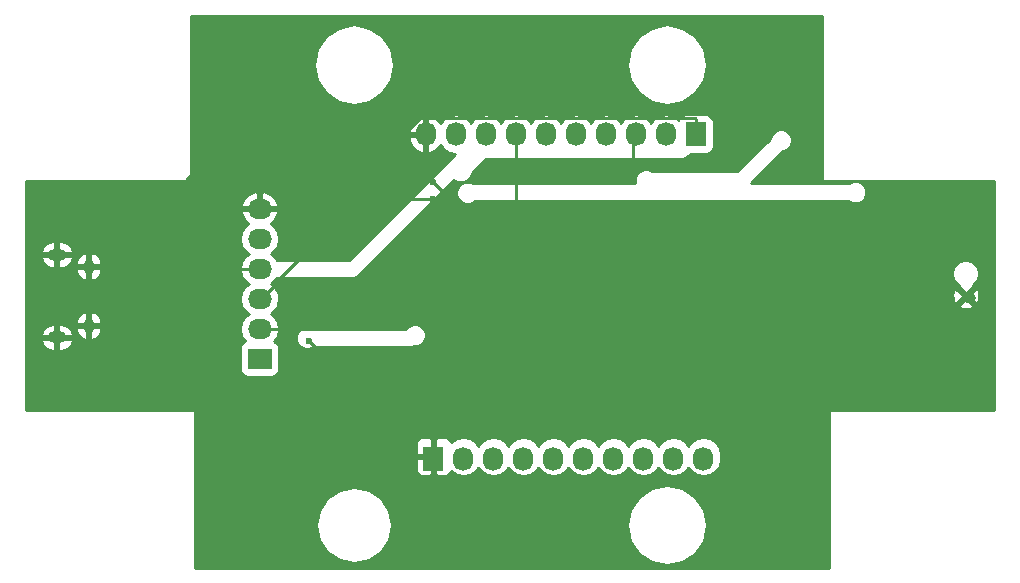
<source format=gbr>
G04 #@! TF.FileFunction,Copper,L2,Bot,Signal*
%FSLAX46Y46*%
G04 Gerber Fmt 4.6, Leading zero omitted, Abs format (unit mm)*
G04 Created by KiCad (PCBNEW 4.0.2-4+6225~38~ubuntu15.10.1-stable) date Thu 24 Mar 2016 10:28:15 PM CDT*
%MOMM*%
G01*
G04 APERTURE LIST*
%ADD10C,0.100000*%
%ADD11C,1.000000*%
%ADD12R,1.727200X2.032000*%
%ADD13O,1.727200X2.032000*%
%ADD14R,2.032000X1.727200*%
%ADD15O,2.032000X1.727200*%
%ADD16O,0.950000X1.250000*%
%ADD17O,1.550000X1.000000*%
%ADD18C,0.600000*%
%ADD19C,0.250000*%
%ADD20C,0.254000*%
G04 APERTURE END LIST*
D10*
D11*
X201650000Y-71650000D03*
X201650000Y-69750000D03*
D12*
X178435000Y-55880000D03*
D13*
X175895000Y-55880000D03*
X173355000Y-55880000D03*
X170815000Y-55880000D03*
X168275000Y-55880000D03*
X165735000Y-55880000D03*
X163195000Y-55880000D03*
X160655000Y-55880000D03*
X158115000Y-55880000D03*
X155575000Y-55880000D03*
D14*
X141500000Y-74900000D03*
D15*
X141500000Y-72360000D03*
X141500000Y-69820000D03*
X141500000Y-67280000D03*
X141500000Y-64740000D03*
X141500000Y-62200000D03*
D16*
X127038540Y-67095100D03*
X127038540Y-72095100D03*
D17*
X124338540Y-66095100D03*
X124338540Y-73095100D03*
D12*
X156150000Y-83400000D03*
D13*
X158690000Y-83400000D03*
X161230000Y-83400000D03*
X163770000Y-83400000D03*
X166310000Y-83400000D03*
X168850000Y-83400000D03*
X171390000Y-83400000D03*
X173930000Y-83400000D03*
X176470000Y-83400000D03*
X179010000Y-83400000D03*
D18*
X161650000Y-79900000D03*
X166150000Y-61900000D03*
X173650000Y-61900000D03*
X188650000Y-66900000D03*
X193650000Y-76900000D03*
X190150000Y-76900000D03*
X145150000Y-63400000D03*
X146650000Y-69900000D03*
X147150000Y-77900000D03*
X153150000Y-70400000D03*
X162569990Y-62400000D03*
X132650000Y-71900000D03*
X156150000Y-61400000D03*
X152150000Y-59900000D03*
X173150000Y-58900000D03*
X167650000Y-76900000D03*
X155150000Y-76900000D03*
X145650000Y-73400000D03*
X156150000Y-59900000D03*
X159650000Y-63900000D03*
D19*
X162569990Y-62400000D02*
X152609990Y-72360000D01*
X152609990Y-72360000D02*
X141500000Y-72360000D01*
X137270000Y-67280000D02*
X141500000Y-67280000D01*
X132650000Y-71900000D02*
X137270000Y-67280000D01*
X156150000Y-61400000D02*
X149920000Y-61400000D01*
X142766000Y-68554000D02*
X142766000Y-68706400D01*
X149920000Y-61400000D02*
X142766000Y-68554000D01*
X142766000Y-68706400D02*
X141652400Y-69820000D01*
X141652400Y-69820000D02*
X141500000Y-69820000D01*
X178435000Y-55880000D02*
X178435000Y-54614000D01*
X178435000Y-54614000D02*
X178359990Y-54538990D01*
X178359990Y-54538990D02*
X155082662Y-54538990D01*
X152150000Y-59900000D02*
X152150000Y-57471652D01*
X152150000Y-57471652D02*
X155082662Y-54538990D01*
X178130000Y-55880000D02*
X178435000Y-55880000D01*
X173150000Y-58900000D02*
X173150000Y-56085000D01*
X173150000Y-56085000D02*
X173355000Y-55880000D01*
X163195000Y-72445000D02*
X163195000Y-55880000D01*
X167650000Y-76900000D02*
X163195000Y-72445000D01*
X145650000Y-73400000D02*
X149150000Y-76900000D01*
X149150000Y-76900000D02*
X155150000Y-76900000D01*
X159650000Y-63900000D02*
X159650000Y-63400000D01*
X159650000Y-63400000D02*
X156150000Y-59900000D01*
D20*
G36*
X189103000Y-59690000D02*
X189113006Y-59739410D01*
X189141447Y-59781035D01*
X189183841Y-59808315D01*
X189230000Y-59817000D01*
X203708000Y-59817000D01*
X203708000Y-79248000D01*
X189865000Y-79248000D01*
X189815590Y-79258006D01*
X189773965Y-79286447D01*
X189746685Y-79328841D01*
X189738000Y-79375000D01*
X189738000Y-92583000D01*
X136017000Y-92583000D01*
X136017000Y-89000000D01*
X146290000Y-89000000D01*
X146534347Y-90228414D01*
X147230187Y-91269813D01*
X148271586Y-91965653D01*
X149500000Y-92210000D01*
X150728414Y-91965653D01*
X151769813Y-91269813D01*
X152465653Y-90228414D01*
X152710000Y-89000000D01*
X172597418Y-89000000D01*
X172856424Y-90302112D01*
X173594011Y-91405989D01*
X174697888Y-92143576D01*
X176000000Y-92402582D01*
X177302112Y-92143576D01*
X178405989Y-91405989D01*
X179143576Y-90302112D01*
X179402582Y-89000000D01*
X179143576Y-87697888D01*
X178405989Y-86594011D01*
X177302112Y-85856424D01*
X176000000Y-85597418D01*
X174697888Y-85856424D01*
X173594011Y-86594011D01*
X172856424Y-87697888D01*
X172597418Y-89000000D01*
X152710000Y-89000000D01*
X152465653Y-87771586D01*
X151769813Y-86730187D01*
X150728414Y-86034347D01*
X149500000Y-85790000D01*
X148271586Y-86034347D01*
X147230187Y-86730187D01*
X146534347Y-87771586D01*
X146290000Y-89000000D01*
X136017000Y-89000000D01*
X136017000Y-83470750D01*
X154711400Y-83470750D01*
X154711400Y-84327309D01*
X154808073Y-84560698D01*
X154986701Y-84739327D01*
X155220090Y-84836000D01*
X155924250Y-84836000D01*
X156083000Y-84677250D01*
X156083000Y-83312000D01*
X154870150Y-83312000D01*
X154711400Y-83470750D01*
X136017000Y-83470750D01*
X136017000Y-82042691D01*
X154711400Y-82042691D01*
X154711400Y-82899250D01*
X154870150Y-83058000D01*
X156083000Y-83058000D01*
X156083000Y-81692750D01*
X156337000Y-81692750D01*
X156337000Y-83058000D01*
X156357000Y-83058000D01*
X156357000Y-83312000D01*
X156337000Y-83312000D01*
X156337000Y-84677250D01*
X156495750Y-84836000D01*
X157199910Y-84836000D01*
X157433299Y-84739327D01*
X157611927Y-84560698D01*
X157675500Y-84407220D01*
X157690330Y-84429415D01*
X158176511Y-84754271D01*
X158750000Y-84868345D01*
X159323489Y-84754271D01*
X159809670Y-84429415D01*
X160020000Y-84114634D01*
X160230330Y-84429415D01*
X160716511Y-84754271D01*
X161290000Y-84868345D01*
X161863489Y-84754271D01*
X162349670Y-84429415D01*
X162560000Y-84114634D01*
X162770330Y-84429415D01*
X163256511Y-84754271D01*
X163830000Y-84868345D01*
X164403489Y-84754271D01*
X164889670Y-84429415D01*
X165100000Y-84114634D01*
X165310330Y-84429415D01*
X165796511Y-84754271D01*
X166370000Y-84868345D01*
X166943489Y-84754271D01*
X167429670Y-84429415D01*
X167640000Y-84114634D01*
X167850330Y-84429415D01*
X168336511Y-84754271D01*
X168910000Y-84868345D01*
X169483489Y-84754271D01*
X169969670Y-84429415D01*
X170180000Y-84114634D01*
X170390330Y-84429415D01*
X170876511Y-84754271D01*
X171450000Y-84868345D01*
X172023489Y-84754271D01*
X172509670Y-84429415D01*
X172720000Y-84114634D01*
X172930330Y-84429415D01*
X173416511Y-84754271D01*
X173990000Y-84868345D01*
X174563489Y-84754271D01*
X175049670Y-84429415D01*
X175260000Y-84114634D01*
X175470330Y-84429415D01*
X175956511Y-84754271D01*
X176530000Y-84868345D01*
X177103489Y-84754271D01*
X177589670Y-84429415D01*
X177800000Y-84114634D01*
X178010330Y-84429415D01*
X178496511Y-84754271D01*
X179070000Y-84868345D01*
X179643489Y-84754271D01*
X180129670Y-84429415D01*
X180454526Y-83943234D01*
X180568600Y-83369745D01*
X180568600Y-83000255D01*
X180454526Y-82426766D01*
X180129670Y-81940585D01*
X179643489Y-81615729D01*
X179070000Y-81501655D01*
X178496511Y-81615729D01*
X178010330Y-81940585D01*
X177800000Y-82255366D01*
X177589670Y-81940585D01*
X177103489Y-81615729D01*
X176530000Y-81501655D01*
X175956511Y-81615729D01*
X175470330Y-81940585D01*
X175260000Y-82255366D01*
X175049670Y-81940585D01*
X174563489Y-81615729D01*
X173990000Y-81501655D01*
X173416511Y-81615729D01*
X172930330Y-81940585D01*
X172720000Y-82255366D01*
X172509670Y-81940585D01*
X172023489Y-81615729D01*
X171450000Y-81501655D01*
X170876511Y-81615729D01*
X170390330Y-81940585D01*
X170180000Y-82255366D01*
X169969670Y-81940585D01*
X169483489Y-81615729D01*
X168910000Y-81501655D01*
X168336511Y-81615729D01*
X167850330Y-81940585D01*
X167640000Y-82255366D01*
X167429670Y-81940585D01*
X166943489Y-81615729D01*
X166370000Y-81501655D01*
X165796511Y-81615729D01*
X165310330Y-81940585D01*
X165100000Y-82255366D01*
X164889670Y-81940585D01*
X164403489Y-81615729D01*
X163830000Y-81501655D01*
X163256511Y-81615729D01*
X162770330Y-81940585D01*
X162560000Y-82255366D01*
X162349670Y-81940585D01*
X161863489Y-81615729D01*
X161290000Y-81501655D01*
X160716511Y-81615729D01*
X160230330Y-81940585D01*
X160020000Y-82255366D01*
X159809670Y-81940585D01*
X159323489Y-81615729D01*
X158750000Y-81501655D01*
X158176511Y-81615729D01*
X157690330Y-81940585D01*
X157675500Y-81962780D01*
X157611927Y-81809302D01*
X157433299Y-81630673D01*
X157199910Y-81534000D01*
X156495750Y-81534000D01*
X156337000Y-81692750D01*
X156083000Y-81692750D01*
X155924250Y-81534000D01*
X155220090Y-81534000D01*
X154986701Y-81630673D01*
X154808073Y-81809302D01*
X154711400Y-82042691D01*
X136017000Y-82042691D01*
X136017000Y-79375000D01*
X136006994Y-79325590D01*
X135978553Y-79283965D01*
X135936159Y-79256685D01*
X135890000Y-79248000D01*
X121710000Y-79248000D01*
X121710000Y-73396974D01*
X122969421Y-73396974D01*
X123171172Y-73807863D01*
X123511862Y-74095102D01*
X123936540Y-74230100D01*
X124211540Y-74230100D01*
X124211540Y-73222100D01*
X124465540Y-73222100D01*
X124465540Y-74230100D01*
X124740540Y-74230100D01*
X125165218Y-74095102D01*
X125505908Y-73807863D01*
X125707659Y-73396974D01*
X125581494Y-73222100D01*
X124465540Y-73222100D01*
X124211540Y-73222100D01*
X123095586Y-73222100D01*
X122969421Y-73396974D01*
X121710000Y-73396974D01*
X121710000Y-72793226D01*
X122969421Y-72793226D01*
X123095586Y-72968100D01*
X124211540Y-72968100D01*
X124211540Y-71960100D01*
X124465540Y-71960100D01*
X124465540Y-72968100D01*
X125581494Y-72968100D01*
X125707659Y-72793226D01*
X125512731Y-72396231D01*
X125937311Y-72396231D01*
X126078972Y-72806149D01*
X126366719Y-73130652D01*
X126740602Y-73314368D01*
X126911540Y-73187834D01*
X126911540Y-72222100D01*
X127165540Y-72222100D01*
X127165540Y-73187834D01*
X127336478Y-73314368D01*
X127710361Y-73130652D01*
X127998108Y-72806149D01*
X128139769Y-72396231D01*
X127991103Y-72222100D01*
X127165540Y-72222100D01*
X126911540Y-72222100D01*
X126085977Y-72222100D01*
X125937311Y-72396231D01*
X125512731Y-72396231D01*
X125505908Y-72382337D01*
X125165218Y-72095098D01*
X124740540Y-71960100D01*
X124465540Y-71960100D01*
X124211540Y-71960100D01*
X123936540Y-71960100D01*
X123511862Y-72095098D01*
X123171172Y-72382337D01*
X122969421Y-72793226D01*
X121710000Y-72793226D01*
X121710000Y-71793969D01*
X125937311Y-71793969D01*
X126085977Y-71968100D01*
X126911540Y-71968100D01*
X126911540Y-71002366D01*
X127165540Y-71002366D01*
X127165540Y-71968100D01*
X127991103Y-71968100D01*
X128139769Y-71793969D01*
X127998108Y-71384051D01*
X127710361Y-71059548D01*
X127336478Y-70875832D01*
X127165540Y-71002366D01*
X126911540Y-71002366D01*
X126740602Y-70875832D01*
X126366719Y-71059548D01*
X126078972Y-71384051D01*
X125937311Y-71793969D01*
X121710000Y-71793969D01*
X121710000Y-67396231D01*
X125937311Y-67396231D01*
X126078972Y-67806149D01*
X126366719Y-68130652D01*
X126740602Y-68314368D01*
X126911540Y-68187834D01*
X126911540Y-67222100D01*
X127165540Y-67222100D01*
X127165540Y-68187834D01*
X127336478Y-68314368D01*
X127710361Y-68130652D01*
X127998108Y-67806149D01*
X128139769Y-67396231D01*
X127991103Y-67222100D01*
X127165540Y-67222100D01*
X126911540Y-67222100D01*
X126085977Y-67222100D01*
X125937311Y-67396231D01*
X121710000Y-67396231D01*
X121710000Y-66396974D01*
X122969421Y-66396974D01*
X123171172Y-66807863D01*
X123511862Y-67095102D01*
X123936540Y-67230100D01*
X124211540Y-67230100D01*
X124211540Y-66222100D01*
X124465540Y-66222100D01*
X124465540Y-67230100D01*
X124740540Y-67230100D01*
X125165218Y-67095102D01*
X125505908Y-66807863D01*
X125512730Y-66793969D01*
X125937311Y-66793969D01*
X126085977Y-66968100D01*
X126911540Y-66968100D01*
X126911540Y-66002366D01*
X127165540Y-66002366D01*
X127165540Y-66968100D01*
X127991103Y-66968100D01*
X128139769Y-66793969D01*
X127998108Y-66384051D01*
X127710361Y-66059548D01*
X127336478Y-65875832D01*
X127165540Y-66002366D01*
X126911540Y-66002366D01*
X126740602Y-65875832D01*
X126366719Y-66059548D01*
X126078972Y-66384051D01*
X125937311Y-66793969D01*
X125512730Y-66793969D01*
X125707659Y-66396974D01*
X125581494Y-66222100D01*
X124465540Y-66222100D01*
X124211540Y-66222100D01*
X123095586Y-66222100D01*
X122969421Y-66396974D01*
X121710000Y-66396974D01*
X121710000Y-65793226D01*
X122969421Y-65793226D01*
X123095586Y-65968100D01*
X124211540Y-65968100D01*
X124211540Y-64960100D01*
X124465540Y-64960100D01*
X124465540Y-65968100D01*
X125581494Y-65968100D01*
X125707659Y-65793226D01*
X125505908Y-65382337D01*
X125165218Y-65095098D01*
X124740540Y-64960100D01*
X124465540Y-64960100D01*
X124211540Y-64960100D01*
X123936540Y-64960100D01*
X123511862Y-65095098D01*
X123171172Y-65382337D01*
X122969421Y-65793226D01*
X121710000Y-65793226D01*
X121710000Y-64740000D01*
X139816655Y-64740000D01*
X139930729Y-65313489D01*
X140255585Y-65799670D01*
X140570366Y-66010000D01*
X140255585Y-66220330D01*
X139930729Y-66706511D01*
X139816655Y-67280000D01*
X139930729Y-67853489D01*
X140255585Y-68339670D01*
X140570366Y-68550000D01*
X140255585Y-68760330D01*
X139930729Y-69246511D01*
X139816655Y-69820000D01*
X139930729Y-70393489D01*
X140255585Y-70879670D01*
X140570366Y-71090000D01*
X140255585Y-71300330D01*
X139930729Y-71786511D01*
X139816655Y-72360000D01*
X139930729Y-72933489D01*
X140255585Y-73419670D01*
X140269913Y-73429243D01*
X140248683Y-73433238D01*
X140032559Y-73572310D01*
X139887569Y-73784510D01*
X139836560Y-74036400D01*
X139836560Y-75763600D01*
X139880838Y-75998917D01*
X140019910Y-76215041D01*
X140232110Y-76360031D01*
X140484000Y-76411040D01*
X142516000Y-76411040D01*
X142751317Y-76366762D01*
X142967441Y-76227690D01*
X143112431Y-76015490D01*
X143163440Y-75763600D01*
X143163440Y-74036400D01*
X143119162Y-73801083D01*
X142980090Y-73584959D01*
X142767890Y-73439969D01*
X142726561Y-73431600D01*
X142744415Y-73419670D01*
X142800878Y-73335167D01*
X144564838Y-73335167D01*
X144706883Y-73678943D01*
X144969673Y-73942192D01*
X145313201Y-74084838D01*
X145685167Y-74085162D01*
X146028943Y-73943117D01*
X146062118Y-73910000D01*
X154300000Y-73910000D01*
X154590839Y-73852148D01*
X154616545Y-73834972D01*
X154835167Y-73835162D01*
X155178943Y-73693117D01*
X155442192Y-73430327D01*
X155584838Y-73086799D01*
X155585162Y-72714833D01*
X155443117Y-72371057D01*
X155180327Y-72107808D01*
X154836799Y-71965162D01*
X154464833Y-71964838D01*
X154121057Y-72106883D01*
X153857808Y-72369673D01*
X153849367Y-72390000D01*
X146062463Y-72390000D01*
X146030327Y-72357808D01*
X145686799Y-72215162D01*
X145314833Y-72214838D01*
X144971057Y-72356883D01*
X144707808Y-72619673D01*
X144565162Y-72963201D01*
X144564838Y-73335167D01*
X142800878Y-73335167D01*
X143069271Y-72933489D01*
X143183345Y-72360000D01*
X143069271Y-71786511D01*
X142744415Y-71300330D01*
X142429634Y-71090000D01*
X142744415Y-70879670D01*
X143069271Y-70393489D01*
X143073922Y-70370104D01*
X200684501Y-70370104D01*
X200721648Y-70585217D01*
X201149972Y-70728112D01*
X201600375Y-70696217D01*
X201868352Y-70585217D01*
X201905499Y-70370104D01*
X201295000Y-69759605D01*
X200684501Y-70370104D01*
X143073922Y-70370104D01*
X143183345Y-69820000D01*
X143106759Y-69434972D01*
X200146888Y-69434972D01*
X200178783Y-69885375D01*
X200289783Y-70153352D01*
X200504896Y-70190499D01*
X201115395Y-69580000D01*
X201474605Y-69580000D01*
X202085104Y-70190499D01*
X202300217Y-70153352D01*
X202443112Y-69725028D01*
X202411217Y-69274625D01*
X202300217Y-69006648D01*
X202085104Y-68969501D01*
X201474605Y-69580000D01*
X201115395Y-69580000D01*
X200504896Y-68969501D01*
X200289783Y-69006648D01*
X200146888Y-69434972D01*
X143106759Y-69434972D01*
X143069271Y-69246511D01*
X142744415Y-68760330D01*
X142429634Y-68550000D01*
X142744415Y-68339670D01*
X142944648Y-68040000D01*
X149407400Y-68040000D01*
X149698239Y-67982148D01*
X149814036Y-67904775D01*
X200159803Y-67904775D01*
X200332233Y-68322086D01*
X200651235Y-68641645D01*
X200706163Y-68664453D01*
X200684501Y-68789896D01*
X201295000Y-69400395D01*
X201905499Y-68789896D01*
X201883888Y-68664748D01*
X201937086Y-68642767D01*
X202256645Y-68323765D01*
X202429803Y-67906756D01*
X202430197Y-67455225D01*
X202257767Y-67037914D01*
X201938765Y-66718355D01*
X201521756Y-66545197D01*
X201070225Y-66544803D01*
X200652914Y-66717233D01*
X200333355Y-67036235D01*
X200160197Y-67453244D01*
X200159803Y-67904775D01*
X149814036Y-67904775D01*
X149944801Y-67817401D01*
X156727035Y-61035167D01*
X158164838Y-61035167D01*
X158306883Y-61378943D01*
X158569673Y-61642192D01*
X158913201Y-61784838D01*
X159285167Y-61785162D01*
X159628943Y-61643117D01*
X159696422Y-61575755D01*
X159775629Y-61560000D01*
X191387537Y-61560000D01*
X191419673Y-61592192D01*
X191763201Y-61734838D01*
X192135167Y-61735162D01*
X192478943Y-61593117D01*
X192742192Y-61330327D01*
X192884838Y-60986799D01*
X192885162Y-60614833D01*
X192743117Y-60271057D01*
X192480327Y-60007808D01*
X192136799Y-59865162D01*
X191764833Y-59864838D01*
X191421057Y-60006883D01*
X191387882Y-60040000D01*
X183084802Y-60040000D01*
X185789680Y-57335122D01*
X185835167Y-57335162D01*
X186178943Y-57193117D01*
X186442192Y-56930327D01*
X186584838Y-56586799D01*
X186585162Y-56214833D01*
X186443117Y-55871057D01*
X186180327Y-55607808D01*
X185836799Y-55465162D01*
X185464833Y-55464838D01*
X185121057Y-55606883D01*
X184857808Y-55869673D01*
X184715162Y-56213201D01*
X184715121Y-56260077D01*
X181935198Y-59040000D01*
X174762463Y-59040000D01*
X174730327Y-59007808D01*
X174386799Y-58865162D01*
X174014833Y-58864838D01*
X173671057Y-59006883D01*
X173407808Y-59269673D01*
X173265162Y-59613201D01*
X173264838Y-59985167D01*
X173287494Y-60040000D01*
X159587441Y-60040000D01*
X159286799Y-59915162D01*
X158914833Y-59914838D01*
X158571057Y-60056883D01*
X158307808Y-60319673D01*
X158165162Y-60663201D01*
X158164838Y-61035167D01*
X156727035Y-61035167D01*
X157969872Y-59792330D01*
X158005321Y-59827840D01*
X158348849Y-59970486D01*
X158720815Y-59970810D01*
X159064591Y-59828765D01*
X159327840Y-59565975D01*
X159470486Y-59222447D01*
X159470527Y-59175571D01*
X160665088Y-57981010D01*
X177246390Y-57981010D01*
X177537229Y-57923158D01*
X177783791Y-57758411D01*
X177998762Y-57543440D01*
X179298600Y-57543440D01*
X179533917Y-57499162D01*
X179750041Y-57360090D01*
X179895031Y-57147890D01*
X179946040Y-56896000D01*
X179946040Y-54864000D01*
X179901762Y-54628683D01*
X179762690Y-54412559D01*
X179550490Y-54267569D01*
X179298600Y-54216560D01*
X177571400Y-54216560D01*
X177336083Y-54260838D01*
X177119959Y-54399910D01*
X176974969Y-54612110D01*
X176966600Y-54653439D01*
X176954670Y-54635585D01*
X176468489Y-54310729D01*
X175895000Y-54196655D01*
X175321511Y-54310729D01*
X174835330Y-54635585D01*
X174625000Y-54950366D01*
X174414670Y-54635585D01*
X173928489Y-54310729D01*
X173355000Y-54196655D01*
X172781511Y-54310729D01*
X172295330Y-54635585D01*
X172085000Y-54950366D01*
X171874670Y-54635585D01*
X171388489Y-54310729D01*
X170815000Y-54196655D01*
X170241511Y-54310729D01*
X169755330Y-54635585D01*
X169545000Y-54950366D01*
X169334670Y-54635585D01*
X168848489Y-54310729D01*
X168275000Y-54196655D01*
X167701511Y-54310729D01*
X167215330Y-54635585D01*
X167005000Y-54950366D01*
X166794670Y-54635585D01*
X166308489Y-54310729D01*
X165735000Y-54196655D01*
X165161511Y-54310729D01*
X164675330Y-54635585D01*
X164465000Y-54950366D01*
X164254670Y-54635585D01*
X163768489Y-54310729D01*
X163195000Y-54196655D01*
X162621511Y-54310729D01*
X162135330Y-54635585D01*
X161925000Y-54950366D01*
X161714670Y-54635585D01*
X161228489Y-54310729D01*
X160655000Y-54196655D01*
X160081511Y-54310729D01*
X159595330Y-54635585D01*
X159385000Y-54950366D01*
X159174670Y-54635585D01*
X158688489Y-54310729D01*
X158115000Y-54196655D01*
X157541511Y-54310729D01*
X157055330Y-54635585D01*
X156848539Y-54945069D01*
X156477036Y-54529268D01*
X155949791Y-54275291D01*
X155934026Y-54272642D01*
X155702000Y-54393783D01*
X155702000Y-55753000D01*
X155722000Y-55753000D01*
X155722000Y-56007000D01*
X155702000Y-56007000D01*
X155702000Y-57366217D01*
X155934026Y-57487358D01*
X155949791Y-57484709D01*
X156477036Y-57230732D01*
X156848539Y-56814931D01*
X157055330Y-57124415D01*
X157541511Y-57449271D01*
X158060161Y-57552437D01*
X149092598Y-66520000D01*
X142944648Y-66520000D01*
X142744415Y-66220330D01*
X142429634Y-66010000D01*
X142744415Y-65799670D01*
X143069271Y-65313489D01*
X143183345Y-64740000D01*
X143069271Y-64166511D01*
X142744415Y-63680330D01*
X142434931Y-63473539D01*
X142850732Y-63102036D01*
X143104709Y-62574791D01*
X143107358Y-62559026D01*
X142986217Y-62327000D01*
X141627000Y-62327000D01*
X141627000Y-62347000D01*
X141373000Y-62347000D01*
X141373000Y-62327000D01*
X140013783Y-62327000D01*
X139892642Y-62559026D01*
X139895291Y-62574791D01*
X140149268Y-63102036D01*
X140565069Y-63473539D01*
X140255585Y-63680330D01*
X139930729Y-64166511D01*
X139816655Y-64740000D01*
X121710000Y-64740000D01*
X121710000Y-61840974D01*
X139892642Y-61840974D01*
X140013783Y-62073000D01*
X141373000Y-62073000D01*
X141373000Y-60859076D01*
X141627000Y-60859076D01*
X141627000Y-62073000D01*
X142986217Y-62073000D01*
X143107358Y-61840974D01*
X143104709Y-61825209D01*
X142850732Y-61297964D01*
X142414320Y-60908046D01*
X141861913Y-60714816D01*
X141627000Y-60859076D01*
X141373000Y-60859076D01*
X141138087Y-60714816D01*
X140585680Y-60908046D01*
X140149268Y-61297964D01*
X139895291Y-61825209D01*
X139892642Y-61840974D01*
X121710000Y-61840974D01*
X121710000Y-59817000D01*
X135255000Y-59817000D01*
X135304410Y-59806994D01*
X135346035Y-59778553D01*
X135373315Y-59736159D01*
X135382000Y-59690000D01*
X135382000Y-59582258D01*
X135502046Y-59502046D01*
X135655954Y-59271705D01*
X135710000Y-59000000D01*
X135710000Y-56241913D01*
X154089816Y-56241913D01*
X154283046Y-56794320D01*
X154672964Y-57230732D01*
X155200209Y-57484709D01*
X155215974Y-57487358D01*
X155448000Y-57366217D01*
X155448000Y-56007000D01*
X154234076Y-56007000D01*
X154089816Y-56241913D01*
X135710000Y-56241913D01*
X135710000Y-55518087D01*
X154089816Y-55518087D01*
X154234076Y-55753000D01*
X155448000Y-55753000D01*
X155448000Y-54393783D01*
X155215974Y-54272642D01*
X155200209Y-54275291D01*
X154672964Y-54529268D01*
X154283046Y-54965680D01*
X154089816Y-55518087D01*
X135710000Y-55518087D01*
X135710000Y-50000000D01*
X146097418Y-50000000D01*
X146356424Y-51302112D01*
X147094011Y-52405989D01*
X148197888Y-53143576D01*
X149500000Y-53402582D01*
X150802112Y-53143576D01*
X151905989Y-52405989D01*
X152643576Y-51302112D01*
X152902582Y-50000000D01*
X172597418Y-50000000D01*
X172856424Y-51302112D01*
X173594011Y-52405989D01*
X174697888Y-53143576D01*
X176000000Y-53402582D01*
X177302112Y-53143576D01*
X178405989Y-52405989D01*
X179143576Y-51302112D01*
X179402582Y-50000000D01*
X179143576Y-48697888D01*
X178405989Y-47594011D01*
X177302112Y-46856424D01*
X176000000Y-46597418D01*
X174697888Y-46856424D01*
X173594011Y-47594011D01*
X172856424Y-48697888D01*
X172597418Y-50000000D01*
X152902582Y-50000000D01*
X152643576Y-48697888D01*
X151905989Y-47594011D01*
X150802112Y-46856424D01*
X149500000Y-46597418D01*
X148197888Y-46856424D01*
X147094011Y-47594011D01*
X146356424Y-48697888D01*
X146097418Y-50000000D01*
X135710000Y-50000000D01*
X135710000Y-45847000D01*
X189103000Y-45847000D01*
X189103000Y-59690000D01*
X189103000Y-59690000D01*
G37*
X189103000Y-59690000D02*
X189113006Y-59739410D01*
X189141447Y-59781035D01*
X189183841Y-59808315D01*
X189230000Y-59817000D01*
X203708000Y-59817000D01*
X203708000Y-79248000D01*
X189865000Y-79248000D01*
X189815590Y-79258006D01*
X189773965Y-79286447D01*
X189746685Y-79328841D01*
X189738000Y-79375000D01*
X189738000Y-92583000D01*
X136017000Y-92583000D01*
X136017000Y-89000000D01*
X146290000Y-89000000D01*
X146534347Y-90228414D01*
X147230187Y-91269813D01*
X148271586Y-91965653D01*
X149500000Y-92210000D01*
X150728414Y-91965653D01*
X151769813Y-91269813D01*
X152465653Y-90228414D01*
X152710000Y-89000000D01*
X172597418Y-89000000D01*
X172856424Y-90302112D01*
X173594011Y-91405989D01*
X174697888Y-92143576D01*
X176000000Y-92402582D01*
X177302112Y-92143576D01*
X178405989Y-91405989D01*
X179143576Y-90302112D01*
X179402582Y-89000000D01*
X179143576Y-87697888D01*
X178405989Y-86594011D01*
X177302112Y-85856424D01*
X176000000Y-85597418D01*
X174697888Y-85856424D01*
X173594011Y-86594011D01*
X172856424Y-87697888D01*
X172597418Y-89000000D01*
X152710000Y-89000000D01*
X152465653Y-87771586D01*
X151769813Y-86730187D01*
X150728414Y-86034347D01*
X149500000Y-85790000D01*
X148271586Y-86034347D01*
X147230187Y-86730187D01*
X146534347Y-87771586D01*
X146290000Y-89000000D01*
X136017000Y-89000000D01*
X136017000Y-83470750D01*
X154711400Y-83470750D01*
X154711400Y-84327309D01*
X154808073Y-84560698D01*
X154986701Y-84739327D01*
X155220090Y-84836000D01*
X155924250Y-84836000D01*
X156083000Y-84677250D01*
X156083000Y-83312000D01*
X154870150Y-83312000D01*
X154711400Y-83470750D01*
X136017000Y-83470750D01*
X136017000Y-82042691D01*
X154711400Y-82042691D01*
X154711400Y-82899250D01*
X154870150Y-83058000D01*
X156083000Y-83058000D01*
X156083000Y-81692750D01*
X156337000Y-81692750D01*
X156337000Y-83058000D01*
X156357000Y-83058000D01*
X156357000Y-83312000D01*
X156337000Y-83312000D01*
X156337000Y-84677250D01*
X156495750Y-84836000D01*
X157199910Y-84836000D01*
X157433299Y-84739327D01*
X157611927Y-84560698D01*
X157675500Y-84407220D01*
X157690330Y-84429415D01*
X158176511Y-84754271D01*
X158750000Y-84868345D01*
X159323489Y-84754271D01*
X159809670Y-84429415D01*
X160020000Y-84114634D01*
X160230330Y-84429415D01*
X160716511Y-84754271D01*
X161290000Y-84868345D01*
X161863489Y-84754271D01*
X162349670Y-84429415D01*
X162560000Y-84114634D01*
X162770330Y-84429415D01*
X163256511Y-84754271D01*
X163830000Y-84868345D01*
X164403489Y-84754271D01*
X164889670Y-84429415D01*
X165100000Y-84114634D01*
X165310330Y-84429415D01*
X165796511Y-84754271D01*
X166370000Y-84868345D01*
X166943489Y-84754271D01*
X167429670Y-84429415D01*
X167640000Y-84114634D01*
X167850330Y-84429415D01*
X168336511Y-84754271D01*
X168910000Y-84868345D01*
X169483489Y-84754271D01*
X169969670Y-84429415D01*
X170180000Y-84114634D01*
X170390330Y-84429415D01*
X170876511Y-84754271D01*
X171450000Y-84868345D01*
X172023489Y-84754271D01*
X172509670Y-84429415D01*
X172720000Y-84114634D01*
X172930330Y-84429415D01*
X173416511Y-84754271D01*
X173990000Y-84868345D01*
X174563489Y-84754271D01*
X175049670Y-84429415D01*
X175260000Y-84114634D01*
X175470330Y-84429415D01*
X175956511Y-84754271D01*
X176530000Y-84868345D01*
X177103489Y-84754271D01*
X177589670Y-84429415D01*
X177800000Y-84114634D01*
X178010330Y-84429415D01*
X178496511Y-84754271D01*
X179070000Y-84868345D01*
X179643489Y-84754271D01*
X180129670Y-84429415D01*
X180454526Y-83943234D01*
X180568600Y-83369745D01*
X180568600Y-83000255D01*
X180454526Y-82426766D01*
X180129670Y-81940585D01*
X179643489Y-81615729D01*
X179070000Y-81501655D01*
X178496511Y-81615729D01*
X178010330Y-81940585D01*
X177800000Y-82255366D01*
X177589670Y-81940585D01*
X177103489Y-81615729D01*
X176530000Y-81501655D01*
X175956511Y-81615729D01*
X175470330Y-81940585D01*
X175260000Y-82255366D01*
X175049670Y-81940585D01*
X174563489Y-81615729D01*
X173990000Y-81501655D01*
X173416511Y-81615729D01*
X172930330Y-81940585D01*
X172720000Y-82255366D01*
X172509670Y-81940585D01*
X172023489Y-81615729D01*
X171450000Y-81501655D01*
X170876511Y-81615729D01*
X170390330Y-81940585D01*
X170180000Y-82255366D01*
X169969670Y-81940585D01*
X169483489Y-81615729D01*
X168910000Y-81501655D01*
X168336511Y-81615729D01*
X167850330Y-81940585D01*
X167640000Y-82255366D01*
X167429670Y-81940585D01*
X166943489Y-81615729D01*
X166370000Y-81501655D01*
X165796511Y-81615729D01*
X165310330Y-81940585D01*
X165100000Y-82255366D01*
X164889670Y-81940585D01*
X164403489Y-81615729D01*
X163830000Y-81501655D01*
X163256511Y-81615729D01*
X162770330Y-81940585D01*
X162560000Y-82255366D01*
X162349670Y-81940585D01*
X161863489Y-81615729D01*
X161290000Y-81501655D01*
X160716511Y-81615729D01*
X160230330Y-81940585D01*
X160020000Y-82255366D01*
X159809670Y-81940585D01*
X159323489Y-81615729D01*
X158750000Y-81501655D01*
X158176511Y-81615729D01*
X157690330Y-81940585D01*
X157675500Y-81962780D01*
X157611927Y-81809302D01*
X157433299Y-81630673D01*
X157199910Y-81534000D01*
X156495750Y-81534000D01*
X156337000Y-81692750D01*
X156083000Y-81692750D01*
X155924250Y-81534000D01*
X155220090Y-81534000D01*
X154986701Y-81630673D01*
X154808073Y-81809302D01*
X154711400Y-82042691D01*
X136017000Y-82042691D01*
X136017000Y-79375000D01*
X136006994Y-79325590D01*
X135978553Y-79283965D01*
X135936159Y-79256685D01*
X135890000Y-79248000D01*
X121710000Y-79248000D01*
X121710000Y-73396974D01*
X122969421Y-73396974D01*
X123171172Y-73807863D01*
X123511862Y-74095102D01*
X123936540Y-74230100D01*
X124211540Y-74230100D01*
X124211540Y-73222100D01*
X124465540Y-73222100D01*
X124465540Y-74230100D01*
X124740540Y-74230100D01*
X125165218Y-74095102D01*
X125505908Y-73807863D01*
X125707659Y-73396974D01*
X125581494Y-73222100D01*
X124465540Y-73222100D01*
X124211540Y-73222100D01*
X123095586Y-73222100D01*
X122969421Y-73396974D01*
X121710000Y-73396974D01*
X121710000Y-72793226D01*
X122969421Y-72793226D01*
X123095586Y-72968100D01*
X124211540Y-72968100D01*
X124211540Y-71960100D01*
X124465540Y-71960100D01*
X124465540Y-72968100D01*
X125581494Y-72968100D01*
X125707659Y-72793226D01*
X125512731Y-72396231D01*
X125937311Y-72396231D01*
X126078972Y-72806149D01*
X126366719Y-73130652D01*
X126740602Y-73314368D01*
X126911540Y-73187834D01*
X126911540Y-72222100D01*
X127165540Y-72222100D01*
X127165540Y-73187834D01*
X127336478Y-73314368D01*
X127710361Y-73130652D01*
X127998108Y-72806149D01*
X128139769Y-72396231D01*
X127991103Y-72222100D01*
X127165540Y-72222100D01*
X126911540Y-72222100D01*
X126085977Y-72222100D01*
X125937311Y-72396231D01*
X125512731Y-72396231D01*
X125505908Y-72382337D01*
X125165218Y-72095098D01*
X124740540Y-71960100D01*
X124465540Y-71960100D01*
X124211540Y-71960100D01*
X123936540Y-71960100D01*
X123511862Y-72095098D01*
X123171172Y-72382337D01*
X122969421Y-72793226D01*
X121710000Y-72793226D01*
X121710000Y-71793969D01*
X125937311Y-71793969D01*
X126085977Y-71968100D01*
X126911540Y-71968100D01*
X126911540Y-71002366D01*
X127165540Y-71002366D01*
X127165540Y-71968100D01*
X127991103Y-71968100D01*
X128139769Y-71793969D01*
X127998108Y-71384051D01*
X127710361Y-71059548D01*
X127336478Y-70875832D01*
X127165540Y-71002366D01*
X126911540Y-71002366D01*
X126740602Y-70875832D01*
X126366719Y-71059548D01*
X126078972Y-71384051D01*
X125937311Y-71793969D01*
X121710000Y-71793969D01*
X121710000Y-67396231D01*
X125937311Y-67396231D01*
X126078972Y-67806149D01*
X126366719Y-68130652D01*
X126740602Y-68314368D01*
X126911540Y-68187834D01*
X126911540Y-67222100D01*
X127165540Y-67222100D01*
X127165540Y-68187834D01*
X127336478Y-68314368D01*
X127710361Y-68130652D01*
X127998108Y-67806149D01*
X128139769Y-67396231D01*
X127991103Y-67222100D01*
X127165540Y-67222100D01*
X126911540Y-67222100D01*
X126085977Y-67222100D01*
X125937311Y-67396231D01*
X121710000Y-67396231D01*
X121710000Y-66396974D01*
X122969421Y-66396974D01*
X123171172Y-66807863D01*
X123511862Y-67095102D01*
X123936540Y-67230100D01*
X124211540Y-67230100D01*
X124211540Y-66222100D01*
X124465540Y-66222100D01*
X124465540Y-67230100D01*
X124740540Y-67230100D01*
X125165218Y-67095102D01*
X125505908Y-66807863D01*
X125512730Y-66793969D01*
X125937311Y-66793969D01*
X126085977Y-66968100D01*
X126911540Y-66968100D01*
X126911540Y-66002366D01*
X127165540Y-66002366D01*
X127165540Y-66968100D01*
X127991103Y-66968100D01*
X128139769Y-66793969D01*
X127998108Y-66384051D01*
X127710361Y-66059548D01*
X127336478Y-65875832D01*
X127165540Y-66002366D01*
X126911540Y-66002366D01*
X126740602Y-65875832D01*
X126366719Y-66059548D01*
X126078972Y-66384051D01*
X125937311Y-66793969D01*
X125512730Y-66793969D01*
X125707659Y-66396974D01*
X125581494Y-66222100D01*
X124465540Y-66222100D01*
X124211540Y-66222100D01*
X123095586Y-66222100D01*
X122969421Y-66396974D01*
X121710000Y-66396974D01*
X121710000Y-65793226D01*
X122969421Y-65793226D01*
X123095586Y-65968100D01*
X124211540Y-65968100D01*
X124211540Y-64960100D01*
X124465540Y-64960100D01*
X124465540Y-65968100D01*
X125581494Y-65968100D01*
X125707659Y-65793226D01*
X125505908Y-65382337D01*
X125165218Y-65095098D01*
X124740540Y-64960100D01*
X124465540Y-64960100D01*
X124211540Y-64960100D01*
X123936540Y-64960100D01*
X123511862Y-65095098D01*
X123171172Y-65382337D01*
X122969421Y-65793226D01*
X121710000Y-65793226D01*
X121710000Y-64740000D01*
X139816655Y-64740000D01*
X139930729Y-65313489D01*
X140255585Y-65799670D01*
X140570366Y-66010000D01*
X140255585Y-66220330D01*
X139930729Y-66706511D01*
X139816655Y-67280000D01*
X139930729Y-67853489D01*
X140255585Y-68339670D01*
X140570366Y-68550000D01*
X140255585Y-68760330D01*
X139930729Y-69246511D01*
X139816655Y-69820000D01*
X139930729Y-70393489D01*
X140255585Y-70879670D01*
X140570366Y-71090000D01*
X140255585Y-71300330D01*
X139930729Y-71786511D01*
X139816655Y-72360000D01*
X139930729Y-72933489D01*
X140255585Y-73419670D01*
X140269913Y-73429243D01*
X140248683Y-73433238D01*
X140032559Y-73572310D01*
X139887569Y-73784510D01*
X139836560Y-74036400D01*
X139836560Y-75763600D01*
X139880838Y-75998917D01*
X140019910Y-76215041D01*
X140232110Y-76360031D01*
X140484000Y-76411040D01*
X142516000Y-76411040D01*
X142751317Y-76366762D01*
X142967441Y-76227690D01*
X143112431Y-76015490D01*
X143163440Y-75763600D01*
X143163440Y-74036400D01*
X143119162Y-73801083D01*
X142980090Y-73584959D01*
X142767890Y-73439969D01*
X142726561Y-73431600D01*
X142744415Y-73419670D01*
X142800878Y-73335167D01*
X144564838Y-73335167D01*
X144706883Y-73678943D01*
X144969673Y-73942192D01*
X145313201Y-74084838D01*
X145685167Y-74085162D01*
X146028943Y-73943117D01*
X146062118Y-73910000D01*
X154300000Y-73910000D01*
X154590839Y-73852148D01*
X154616545Y-73834972D01*
X154835167Y-73835162D01*
X155178943Y-73693117D01*
X155442192Y-73430327D01*
X155584838Y-73086799D01*
X155585162Y-72714833D01*
X155443117Y-72371057D01*
X155180327Y-72107808D01*
X154836799Y-71965162D01*
X154464833Y-71964838D01*
X154121057Y-72106883D01*
X153857808Y-72369673D01*
X153849367Y-72390000D01*
X146062463Y-72390000D01*
X146030327Y-72357808D01*
X145686799Y-72215162D01*
X145314833Y-72214838D01*
X144971057Y-72356883D01*
X144707808Y-72619673D01*
X144565162Y-72963201D01*
X144564838Y-73335167D01*
X142800878Y-73335167D01*
X143069271Y-72933489D01*
X143183345Y-72360000D01*
X143069271Y-71786511D01*
X142744415Y-71300330D01*
X142429634Y-71090000D01*
X142744415Y-70879670D01*
X143069271Y-70393489D01*
X143073922Y-70370104D01*
X200684501Y-70370104D01*
X200721648Y-70585217D01*
X201149972Y-70728112D01*
X201600375Y-70696217D01*
X201868352Y-70585217D01*
X201905499Y-70370104D01*
X201295000Y-69759605D01*
X200684501Y-70370104D01*
X143073922Y-70370104D01*
X143183345Y-69820000D01*
X143106759Y-69434972D01*
X200146888Y-69434972D01*
X200178783Y-69885375D01*
X200289783Y-70153352D01*
X200504896Y-70190499D01*
X201115395Y-69580000D01*
X201474605Y-69580000D01*
X202085104Y-70190499D01*
X202300217Y-70153352D01*
X202443112Y-69725028D01*
X202411217Y-69274625D01*
X202300217Y-69006648D01*
X202085104Y-68969501D01*
X201474605Y-69580000D01*
X201115395Y-69580000D01*
X200504896Y-68969501D01*
X200289783Y-69006648D01*
X200146888Y-69434972D01*
X143106759Y-69434972D01*
X143069271Y-69246511D01*
X142744415Y-68760330D01*
X142429634Y-68550000D01*
X142744415Y-68339670D01*
X142944648Y-68040000D01*
X149407400Y-68040000D01*
X149698239Y-67982148D01*
X149814036Y-67904775D01*
X200159803Y-67904775D01*
X200332233Y-68322086D01*
X200651235Y-68641645D01*
X200706163Y-68664453D01*
X200684501Y-68789896D01*
X201295000Y-69400395D01*
X201905499Y-68789896D01*
X201883888Y-68664748D01*
X201937086Y-68642767D01*
X202256645Y-68323765D01*
X202429803Y-67906756D01*
X202430197Y-67455225D01*
X202257767Y-67037914D01*
X201938765Y-66718355D01*
X201521756Y-66545197D01*
X201070225Y-66544803D01*
X200652914Y-66717233D01*
X200333355Y-67036235D01*
X200160197Y-67453244D01*
X200159803Y-67904775D01*
X149814036Y-67904775D01*
X149944801Y-67817401D01*
X156727035Y-61035167D01*
X158164838Y-61035167D01*
X158306883Y-61378943D01*
X158569673Y-61642192D01*
X158913201Y-61784838D01*
X159285167Y-61785162D01*
X159628943Y-61643117D01*
X159696422Y-61575755D01*
X159775629Y-61560000D01*
X191387537Y-61560000D01*
X191419673Y-61592192D01*
X191763201Y-61734838D01*
X192135167Y-61735162D01*
X192478943Y-61593117D01*
X192742192Y-61330327D01*
X192884838Y-60986799D01*
X192885162Y-60614833D01*
X192743117Y-60271057D01*
X192480327Y-60007808D01*
X192136799Y-59865162D01*
X191764833Y-59864838D01*
X191421057Y-60006883D01*
X191387882Y-60040000D01*
X183084802Y-60040000D01*
X185789680Y-57335122D01*
X185835167Y-57335162D01*
X186178943Y-57193117D01*
X186442192Y-56930327D01*
X186584838Y-56586799D01*
X186585162Y-56214833D01*
X186443117Y-55871057D01*
X186180327Y-55607808D01*
X185836799Y-55465162D01*
X185464833Y-55464838D01*
X185121057Y-55606883D01*
X184857808Y-55869673D01*
X184715162Y-56213201D01*
X184715121Y-56260077D01*
X181935198Y-59040000D01*
X174762463Y-59040000D01*
X174730327Y-59007808D01*
X174386799Y-58865162D01*
X174014833Y-58864838D01*
X173671057Y-59006883D01*
X173407808Y-59269673D01*
X173265162Y-59613201D01*
X173264838Y-59985167D01*
X173287494Y-60040000D01*
X159587441Y-60040000D01*
X159286799Y-59915162D01*
X158914833Y-59914838D01*
X158571057Y-60056883D01*
X158307808Y-60319673D01*
X158165162Y-60663201D01*
X158164838Y-61035167D01*
X156727035Y-61035167D01*
X157969872Y-59792330D01*
X158005321Y-59827840D01*
X158348849Y-59970486D01*
X158720815Y-59970810D01*
X159064591Y-59828765D01*
X159327840Y-59565975D01*
X159470486Y-59222447D01*
X159470527Y-59175571D01*
X160665088Y-57981010D01*
X177246390Y-57981010D01*
X177537229Y-57923158D01*
X177783791Y-57758411D01*
X177998762Y-57543440D01*
X179298600Y-57543440D01*
X179533917Y-57499162D01*
X179750041Y-57360090D01*
X179895031Y-57147890D01*
X179946040Y-56896000D01*
X179946040Y-54864000D01*
X179901762Y-54628683D01*
X179762690Y-54412559D01*
X179550490Y-54267569D01*
X179298600Y-54216560D01*
X177571400Y-54216560D01*
X177336083Y-54260838D01*
X177119959Y-54399910D01*
X176974969Y-54612110D01*
X176966600Y-54653439D01*
X176954670Y-54635585D01*
X176468489Y-54310729D01*
X175895000Y-54196655D01*
X175321511Y-54310729D01*
X174835330Y-54635585D01*
X174625000Y-54950366D01*
X174414670Y-54635585D01*
X173928489Y-54310729D01*
X173355000Y-54196655D01*
X172781511Y-54310729D01*
X172295330Y-54635585D01*
X172085000Y-54950366D01*
X171874670Y-54635585D01*
X171388489Y-54310729D01*
X170815000Y-54196655D01*
X170241511Y-54310729D01*
X169755330Y-54635585D01*
X169545000Y-54950366D01*
X169334670Y-54635585D01*
X168848489Y-54310729D01*
X168275000Y-54196655D01*
X167701511Y-54310729D01*
X167215330Y-54635585D01*
X167005000Y-54950366D01*
X166794670Y-54635585D01*
X166308489Y-54310729D01*
X165735000Y-54196655D01*
X165161511Y-54310729D01*
X164675330Y-54635585D01*
X164465000Y-54950366D01*
X164254670Y-54635585D01*
X163768489Y-54310729D01*
X163195000Y-54196655D01*
X162621511Y-54310729D01*
X162135330Y-54635585D01*
X161925000Y-54950366D01*
X161714670Y-54635585D01*
X161228489Y-54310729D01*
X160655000Y-54196655D01*
X160081511Y-54310729D01*
X159595330Y-54635585D01*
X159385000Y-54950366D01*
X159174670Y-54635585D01*
X158688489Y-54310729D01*
X158115000Y-54196655D01*
X157541511Y-54310729D01*
X157055330Y-54635585D01*
X156848539Y-54945069D01*
X156477036Y-54529268D01*
X155949791Y-54275291D01*
X155934026Y-54272642D01*
X155702000Y-54393783D01*
X155702000Y-55753000D01*
X155722000Y-55753000D01*
X155722000Y-56007000D01*
X155702000Y-56007000D01*
X155702000Y-57366217D01*
X155934026Y-57487358D01*
X155949791Y-57484709D01*
X156477036Y-57230732D01*
X156848539Y-56814931D01*
X157055330Y-57124415D01*
X157541511Y-57449271D01*
X158060161Y-57552437D01*
X149092598Y-66520000D01*
X142944648Y-66520000D01*
X142744415Y-66220330D01*
X142429634Y-66010000D01*
X142744415Y-65799670D01*
X143069271Y-65313489D01*
X143183345Y-64740000D01*
X143069271Y-64166511D01*
X142744415Y-63680330D01*
X142434931Y-63473539D01*
X142850732Y-63102036D01*
X143104709Y-62574791D01*
X143107358Y-62559026D01*
X142986217Y-62327000D01*
X141627000Y-62327000D01*
X141627000Y-62347000D01*
X141373000Y-62347000D01*
X141373000Y-62327000D01*
X140013783Y-62327000D01*
X139892642Y-62559026D01*
X139895291Y-62574791D01*
X140149268Y-63102036D01*
X140565069Y-63473539D01*
X140255585Y-63680330D01*
X139930729Y-64166511D01*
X139816655Y-64740000D01*
X121710000Y-64740000D01*
X121710000Y-61840974D01*
X139892642Y-61840974D01*
X140013783Y-62073000D01*
X141373000Y-62073000D01*
X141373000Y-60859076D01*
X141627000Y-60859076D01*
X141627000Y-62073000D01*
X142986217Y-62073000D01*
X143107358Y-61840974D01*
X143104709Y-61825209D01*
X142850732Y-61297964D01*
X142414320Y-60908046D01*
X141861913Y-60714816D01*
X141627000Y-60859076D01*
X141373000Y-60859076D01*
X141138087Y-60714816D01*
X140585680Y-60908046D01*
X140149268Y-61297964D01*
X139895291Y-61825209D01*
X139892642Y-61840974D01*
X121710000Y-61840974D01*
X121710000Y-59817000D01*
X135255000Y-59817000D01*
X135304410Y-59806994D01*
X135346035Y-59778553D01*
X135373315Y-59736159D01*
X135382000Y-59690000D01*
X135382000Y-59582258D01*
X135502046Y-59502046D01*
X135655954Y-59271705D01*
X135710000Y-59000000D01*
X135710000Y-56241913D01*
X154089816Y-56241913D01*
X154283046Y-56794320D01*
X154672964Y-57230732D01*
X155200209Y-57484709D01*
X155215974Y-57487358D01*
X155448000Y-57366217D01*
X155448000Y-56007000D01*
X154234076Y-56007000D01*
X154089816Y-56241913D01*
X135710000Y-56241913D01*
X135710000Y-55518087D01*
X154089816Y-55518087D01*
X154234076Y-55753000D01*
X155448000Y-55753000D01*
X155448000Y-54393783D01*
X155215974Y-54272642D01*
X155200209Y-54275291D01*
X154672964Y-54529268D01*
X154283046Y-54965680D01*
X154089816Y-55518087D01*
X135710000Y-55518087D01*
X135710000Y-50000000D01*
X146097418Y-50000000D01*
X146356424Y-51302112D01*
X147094011Y-52405989D01*
X148197888Y-53143576D01*
X149500000Y-53402582D01*
X150802112Y-53143576D01*
X151905989Y-52405989D01*
X152643576Y-51302112D01*
X152902582Y-50000000D01*
X172597418Y-50000000D01*
X172856424Y-51302112D01*
X173594011Y-52405989D01*
X174697888Y-53143576D01*
X176000000Y-53402582D01*
X177302112Y-53143576D01*
X178405989Y-52405989D01*
X179143576Y-51302112D01*
X179402582Y-50000000D01*
X179143576Y-48697888D01*
X178405989Y-47594011D01*
X177302112Y-46856424D01*
X176000000Y-46597418D01*
X174697888Y-46856424D01*
X173594011Y-47594011D01*
X172856424Y-48697888D01*
X172597418Y-50000000D01*
X152902582Y-50000000D01*
X152643576Y-48697888D01*
X151905989Y-47594011D01*
X150802112Y-46856424D01*
X149500000Y-46597418D01*
X148197888Y-46856424D01*
X147094011Y-47594011D01*
X146356424Y-48697888D01*
X146097418Y-50000000D01*
X135710000Y-50000000D01*
X135710000Y-45847000D01*
X189103000Y-45847000D01*
X189103000Y-59690000D01*
M02*

</source>
